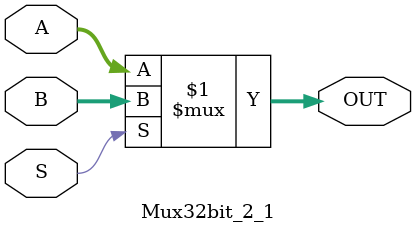
<source format=v>
`timescale 1ns/10ps

module Mux32bit_2_1(A,B,S,OUT);

   input [31:0] A;
   input [31:0] B;
   input  S;
   output [31:0] OUT;
   
   assign OUT = S ? B:A;


endmodule
</source>
